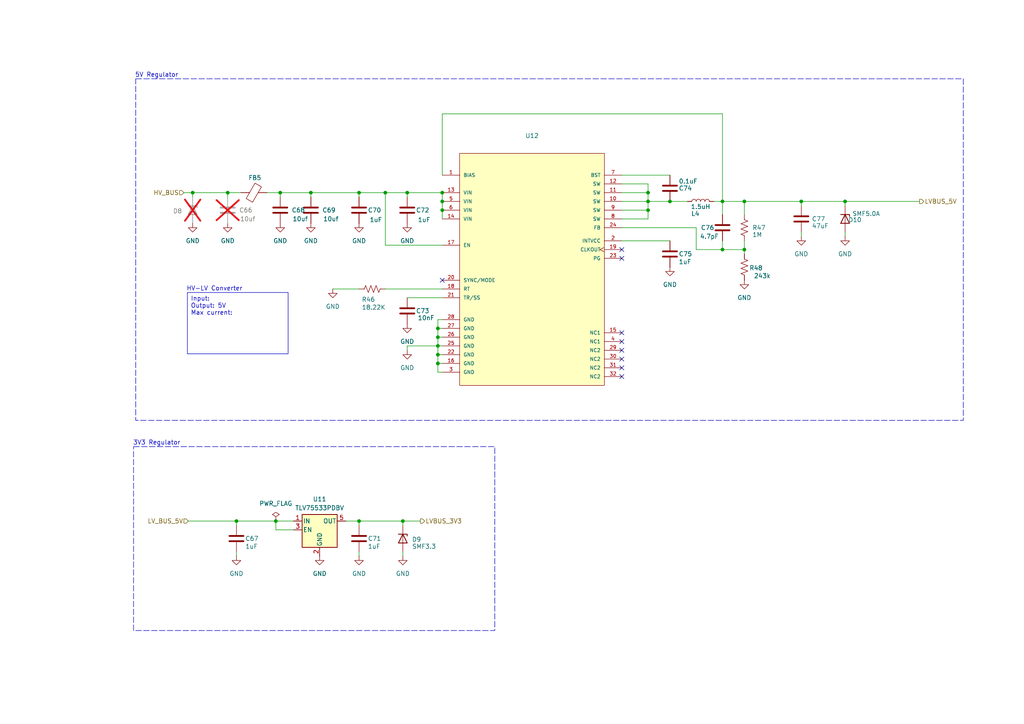
<source format=kicad_sch>
(kicad_sch (version 20250114) (generator "eeschema") (generator_version "9.0")
  (paper "A4")
  (lib_symbols
    (symbol "Device:C" (pin_numbers (hide yes)) (pin_names (offset 0.254))
      (property "Reference" "C" (at 0.635 2.54 0))
      (property "Value" "C" (at 0.635 -2.54 0))
      (symbol "C_0_1"
        (polyline (pts (xy -2.032 0.762) (xy 2.032 0.762)) (stroke (width 0.508)))
        (polyline (pts (xy -2.032 -0.762) (xy 2.032 -0.762)) (stroke (width 0.508)))
      )
      (symbol "C_1_1"
        (pin passive line (at 0 3.81 270) (length 2.794) (name "~") (number "1"))
        (pin passive line (at 0 -3.81 90) (length 2.794) (name "~") (number "2"))
      )
    )
    (symbol "Device:D_Zener" (pin_numbers (hide yes)) (pin_names (offset 1.016) (hide yes))
      (property "Reference" "D" (at 0 2.54 0))
      (property "Value" "D_Zener" (at 0 -2.54 0))
      (symbol "D_Zener_0_1"
        (polyline (pts (xy -1.27 -1.27) (xy -1.27 1.27) (xy -0.762 1.27)) (stroke (width 0.254)))
        (polyline (pts (xy 1.27 0) (xy -1.27 0)))
        (polyline (pts (xy 1.27 -1.27) (xy 1.27 1.27) (xy -1.27 0) (xy 1.27 -1.27)) (stroke (width 0.254)))
      )
      (symbol "D_Zener_1_1"
        (pin passive line (at -3.81 0 0) (length 2.54) (name "K") (number "1"))
        (pin passive line (at 3.81 0 180) (length 2.54) (name "A") (number "2"))
      )
    )
    (symbol "Device:FerriteBead" (pin_numbers (hide yes)) (pin_names (offset 0))
      (property "Reference" "FB" (at -3.81 0.635 90))
      (property "Value" "FerriteBead" (at 3.81 0 90))
      (symbol "FerriteBead_0_1"
        (polyline (pts (xy -2.7686 0.4064) (xy -1.7018 2.2606) (xy 2.7686 -0.3048) (xy 1.6764 -2.159) (xy -2.7686 0.4064)))
        (polyline (pts (xy 0 1.27) (xy 0 1.2954)))
        (polyline (pts (xy 0 -1.27) (xy 0 -1.2192)))
      )
      (symbol "FerriteBead_1_1"
        (pin passive line (at 0 3.81 270) (length 2.54) (name "~") (number "1"))
        (pin passive line (at 0 -3.81 90) (length 2.54) (name "~") (number "2"))
      )
    )
    (symbol "Device:L" (pin_numbers (hide yes)) (pin_names (offset 1.016) (hide yes))
      (property "Reference" "L" (at -1.27 0 90))
      (property "Value" "L" (at 1.905 0 90))
      (symbol "L_0_1"
        (arc (start 0 2.54) (mid 0.6323 1.905) (end 0 1.27))
        (arc (start 0 1.27) (mid 0.6323 0.635) (end 0 0))
        (arc (start 0 0) (mid 0.6323 -0.635) (end 0 -1.27))
        (arc (start 0 -1.27) (mid 0.6323 -1.905) (end 0 -2.54))
      )
      (symbol "L_1_1"
        (pin passive line (at 0 3.81 270) (length 1.27) (name "1") (number "1"))
        (pin passive line (at 0 -3.81 90) (length 1.27) (name "2") (number "2"))
      )
    )
    (symbol "Device:R_US" (pin_numbers (hide yes)) (pin_names (offset 0))
      (property "Reference" "R" (at 2.54 0 90))
      (property "Value" "R_US" (at -2.54 0 90))
      (symbol "R_US_0_1"
        (polyline (pts (xy 0 2.286) (xy 0 2.54)))
        (polyline (pts (xy 0 2.286) (xy 1.016 1.905) (xy 0 1.524) (xy -1.016 1.143) (xy 0 0.762)))
        (polyline (pts (xy 0 0.762) (xy 1.016 0.381) (xy 0 0) (xy -1.016 -0.381) (xy 0 -0.762)))
        (polyline (pts (xy 0 -0.762) (xy 1.016 -1.143) (xy 0 -1.524) (xy -1.016 -1.905) (xy 0 -2.286)))
        (polyline (pts (xy 0 -2.286) (xy 0 -2.54)))
      )
      (symbol "R_US_1_1"
        (pin passive line (at 0 3.81 270) (length 1.27) (name "~") (number "1"))
        (pin passive line (at 0 -3.81 90) (length 1.27) (name "~") (number "2"))
      )
    )
    (symbol "Regulator_Linear:TLV75533PDBV" (pin_names (offset 0.254))
      (property "Reference" "U" (at -3.81 5.715 0))
      (property "Value" "TLV75533PDBV" (at 0 5.715 0))
      (symbol "TLV75533PDBV_0_1"
        (rectangle (start -5.08 4.445) (end 5.08 -5.08) (stroke (width 0.254)) (fill (type background)))
      )
      (symbol "TLV75533PDBV_1_1"
        (pin power_in line (at -7.62 2.54 0) (length 2.54) (name "IN") (number "1"))
        (pin input line (at -7.62 0 0) (length 2.54) (name "EN") (number "3"))
        (pin power_in line (at 0 -7.62 90) (length 2.54) (name "GND") (number "2"))
        (pin no_connect line (at 5.08 0 180) (length 2.54) (hide yes) (name "NC") (number "4"))
        (pin power_out line (at 7.62 2.54 180) (length 2.54) (name "OUT") (number "5"))
      )
    )
    (symbol "_LT8640S:LT8640SEV_PBF" (pin_names (offset 1.016))
      (property "Reference" "U" (at -21.59 36.576 0))
      (property "Value" "LT8640SEV_PBF" (at -21.59 -34.544 0))
      (symbol "LT8640SEV_PBF_0_0"
        (rectangle (start -21.59 35.56) (end 20.32 -31.75) (stroke (width 0.1524)) (fill (type background)))
        (pin input line (at -26.67 29.21 0) (length 5.08) (name "BIAS") (number "1"))
        (pin input line (at -26.67 24.13 0) (length 5.08) (name "VIN") (number "13"))
        (pin input line (at -26.67 21.59 0) (length 5.08) (name "VIN") (number "5"))
        (pin input line (at -26.67 19.05 0) (length 5.08) (name "VIN") (number "6"))
        (pin input line (at -26.67 16.51 0) (length 5.08) (name "VIN") (number "14"))
        (pin input line (at -26.67 8.89 0) (length 5.08) (name "EN") (number "17"))
        (pin input line (at -26.67 -1.27 0) (length 5.08) (name "SYNC/MODE") (number "20"))
        (pin passive line (at -26.67 -3.81 0) (length 5.08) (name "RT") (number "18"))
        (pin passive line (at -26.67 -6.35 0) (length 5.08) (name "TR/SS") (number "21"))
        (pin power_in line (at -26.67 -12.7 0) (length 5.08) (name "GND") (number "28"))
        (pin power_in line (at -26.67 -15.24 0) (length 5.08) (name "GND") (number "27"))
        (pin power_in line (at -26.67 -17.78 0) (length 5.08) (name "GND") (number "26"))
        (pin power_in line (at -26.67 -20.32 0) (length 5.08) (name "GND") (number "25"))
        (pin power_in line (at -26.67 -22.86 0) (length 5.08) (name "GND") (number "22"))
        (pin power_in line (at -26.67 -25.4 0) (length 5.08) (name "GND") (number "16"))
        (pin power_in line (at -26.67 -27.94 0) (length 5.08) (name "GND") (number "3"))
        (pin passive line (at 25.4 29.21 180) (length 5.08) (name "BST") (number "7"))
        (pin input line (at 25.4 13.97 180) (length 5.08) (name "FB") (number "24"))
        (pin passive line (at 25.4 10.16 180) (length 5.08) (name "INTVCC") (number "2"))
        (pin output clock (at 25.4 7.62 180) (length 5.08) (name "CLKOUT") (number "19"))
        (pin output line (at 25.4 5.08 180) (length 5.08) (name "PG") (number "23"))
        (pin power_in line (at 25.4 -16.51 180) (length 5.08) (name "NC1") (number "15"))
        (pin power_in line (at 25.4 -19.05 180) (length 5.08) (name "NC1") (number "4"))
        (pin power_in line (at 25.4 -21.59 180) (length 5.08) (name "NC2") (number "29"))
        (pin power_in line (at 25.4 -24.13 180) (length 5.08) (name "NC2") (number "30"))
        (pin power_in line (at 25.4 -26.67 180) (length 5.08) (name "NC2") (number "31"))
        (pin power_in line (at 25.4 -29.21 180) (length 5.08) (name "NC2") (number "32"))
      )
      (symbol "LT8640SEV_PBF_1_0"
        (pin passive line (at 25.4 26.67 180) (length 5.08) (name "SW") (number "12"))
        (pin passive line (at 25.4 24.13 180) (length 5.08) (name "SW") (number "11"))
        (pin passive line (at 25.4 21.59 180) (length 5.08) (name "SW") (number "10"))
        (pin passive line (at 25.4 19.05 180) (length 5.08) (name "SW") (number "9"))
        (pin passive line (at 25.4 16.51 180) (length 5.08) (name "SW") (number "8"))
      )
    )
    (symbol "power:GND" (power) (pin_numbers (hide yes)) (pin_names (offset 0) (hide yes))
      (property "Value" "GND" (at 0 -3.81 0))
      (symbol "GND_0_1"
        (polyline (pts (xy 0 0) (xy 0 -1.27) (xy 1.27 -1.27) (xy 0 -2.54) (xy -1.27 -1.27) (xy 0 -1.27)))
      )
      (symbol "GND_1_1"
        (pin power_in line (at 0 0 270) (length 0) (name "~") (number "1"))
      )
    )
    (symbol "power:PWR_FLAG" (power) (pin_numbers (hide yes)) (pin_names (offset 0) (hide yes))
      (property "Value" "PWR_FLAG" (at 0 3.81 0))
      (symbol "PWR_FLAG_0_0"
        (pin power_out line (at 0 0 90) (length 0) (name "~") (number "1"))
      )
      (symbol "PWR_FLAG_0_1"
        (polyline (pts (xy 0 0) (xy 0 1.27) (xy -1.016 1.905) (xy 0 2.54) (xy 1.016 1.905) (xy 0 1.27)))
      )
    )
  )
  (rectangle (start 38.735 129.54) (end 143.51 182.88) (stroke (width 0) (type dash)))
  (rectangle (start 39.37 22.86) (end 279.4 121.92) (stroke (width 0) (type dash)))
  (text "HV-LV Converter\n" (at 62.23 83.82 0) (effects (font (size 1.27 1.27))))
  (text "5V Regulator" (at 45.466 21.844 0) (effects (font (size 1.27 1.27))))
  (text "3V3 Regulator" (at 45.466 128.524 0) (effects (font (size 1.27 1.27))))
  (text_box "Input:\nOutput: 5V\nMax current: " (at 54.356 84.836 0) (size 29.21 17.78) (margins 0.9525 0.9525 0.9525 0.9525) (effects (font (size 1.27 1.27)) (justify left top)))
  (junction (at 187.96 60.96))
  (junction (at 245.11 58.42))
  (junction (at 194.31 58.42))
  (junction (at 209.55 58.42))
  (junction (at 104.14 151.13))
  (junction (at 232.41 58.42))
  (junction (at 127 95.25))
  (junction (at 104.14 55.88))
  (junction (at 68.58 151.13))
  (junction (at 127 97.79))
  (junction (at 90.17 55.88))
  (junction (at 128.27 55.88))
  (junction (at 215.9 72.39))
  (junction (at 80.01 151.13))
  (junction (at 118.11 55.88))
  (junction (at 127 105.41))
  (junction (at 128.27 60.96))
  (junction (at 111.76 55.88))
  (junction (at 81.28 55.88))
  (junction (at 116.84 151.13))
  (junction (at 128.27 58.42))
  (junction (at 187.96 55.88))
  (junction (at 55.88 55.88))
  (junction (at 187.96 58.42))
  (junction (at 215.9 58.42))
  (junction (at 127 102.87))
  (junction (at 209.55 72.39))
  (junction (at 66.04 55.88))
  (junction (at 127 100.33))
  (no_connect (at 180.34 96.52))
  (no_connect (at 180.34 101.6))
  (no_connect (at 180.34 104.14))
  (no_connect (at 180.34 106.68))
  (no_connect (at 180.34 72.39))
  (no_connect (at 180.34 99.06))
  (no_connect (at 180.34 74.93))
  (no_connect (at 128.27 81.28))
  (no_connect (at 180.34 109.22))
  (wire (pts (xy 127 95.25) (xy 127 97.79)))
  (wire (pts (xy 127 100.33) (xy 127 102.87)))
  (wire (pts (xy 118.11 100.33) (xy 118.11 101.6)))
  (wire (pts (xy 80.01 151.13) (xy 85.09 151.13)))
  (wire (pts (xy 180.34 53.34) (xy 187.96 53.34)))
  (wire (pts (xy 201.93 72.39) (xy 209.55 72.39)))
  (wire (pts (xy 232.41 58.42) (xy 245.11 58.42)))
  (wire (pts (xy 215.9 72.39) (xy 215.9 73.66)))
  (wire (pts (xy 118.11 100.33) (xy 127 100.33)))
  (wire (pts (xy 127 102.87) (xy 128.27 102.87)))
  (wire (pts (xy 127 95.25) (xy 128.27 95.25)))
  (wire (pts (xy 104.14 151.13) (xy 116.84 151.13)))
  (wire (pts (xy 209.55 58.42) (xy 215.9 58.42)))
  (wire (pts (xy 127 102.87) (xy 127 105.41)))
  (wire (pts (xy 118.11 55.88) (xy 128.27 55.88)))
  (wire (pts (xy 77.47 55.88) (xy 81.28 55.88)))
  (wire (pts (xy 127 105.41) (xy 128.27 105.41)))
  (wire (pts (xy 55.88 55.88) (xy 66.04 55.88)))
  (wire (pts (xy 180.34 58.42) (xy 187.96 58.42)))
  (wire (pts (xy 127 97.79) (xy 127 100.33)))
  (wire (pts (xy 104.14 57.15) (xy 104.14 55.88)))
  (wire (pts (xy 245.11 67.31) (xy 245.11 68.58)))
  (wire (pts (xy 81.28 57.15) (xy 81.28 55.88)))
  (wire (pts (xy 232.41 59.69) (xy 232.41 58.42)))
  (wire (pts (xy 215.9 58.42) (xy 215.9 62.23)))
  (wire (pts (xy 128.27 55.88) (xy 128.27 58.42)))
  (wire (pts (xy 127 105.41) (xy 127 107.95)))
  (wire (pts (xy 215.9 58.42) (xy 232.41 58.42)))
  (wire (pts (xy 53.34 55.88) (xy 55.88 55.88)))
  (wire (pts (xy 127 92.71) (xy 127 95.25)))
  (wire (pts (xy 54.61 151.13) (xy 68.58 151.13)))
  (wire (pts (xy 245.11 58.42) (xy 266.7 58.42)))
  (wire (pts (xy 180.34 60.96) (xy 187.96 60.96)))
  (wire (pts (xy 111.76 55.88) (xy 111.76 71.12)))
  (wire (pts (xy 128.27 92.71) (xy 127 92.71)))
  (wire (pts (xy 215.9 69.85) (xy 215.9 72.39)))
  (wire (pts (xy 187.96 63.5) (xy 187.96 60.96)))
  (wire (pts (xy 207.01 58.42) (xy 209.55 58.42)))
  (wire (pts (xy 55.88 55.88) (xy 55.88 57.15)))
  (wire (pts (xy 66.04 57.15) (xy 66.04 55.88)))
  (wire (pts (xy 209.55 33.02) (xy 209.55 58.42)))
  (wire (pts (xy 187.96 60.96) (xy 187.96 58.42)))
  (wire (pts (xy 90.17 57.15) (xy 90.17 55.88)))
  (wire (pts (xy 194.31 58.42) (xy 199.39 58.42)))
  (wire (pts (xy 85.09 153.67) (xy 80.01 153.67)))
  (wire (pts (xy 232.41 68.58) (xy 232.41 67.31)))
  (wire (pts (xy 104.14 161.29) (xy 104.14 160.02)))
  (wire (pts (xy 187.96 58.42) (xy 187.96 55.88)))
  (wire (pts (xy 180.34 69.85) (xy 194.31 69.85)))
  (wire (pts (xy 66.04 55.88) (xy 69.85 55.88)))
  (wire (pts (xy 180.34 63.5) (xy 187.96 63.5)))
  (wire (pts (xy 180.34 66.04) (xy 201.93 66.04)))
  (wire (pts (xy 116.84 160.02) (xy 116.84 161.29)))
  (wire (pts (xy 116.84 151.13) (xy 116.84 152.4)))
  (wire (pts (xy 128.27 33.02) (xy 128.27 50.8)))
  (wire (pts (xy 96.52 83.82) (xy 104.14 83.82)))
  (wire (pts (xy 68.58 151.13) (xy 80.01 151.13)))
  (wire (pts (xy 127 107.95) (xy 128.27 107.95)))
  (wire (pts (xy 127 97.79) (xy 128.27 97.79)))
  (wire (pts (xy 116.84 151.13) (xy 121.92 151.13)))
  (wire (pts (xy 245.11 58.42) (xy 245.11 59.69)))
  (wire (pts (xy 209.55 72.39) (xy 209.55 69.85)))
  (wire (pts (xy 111.76 55.88) (xy 118.11 55.88)))
  (wire (pts (xy 81.28 55.88) (xy 90.17 55.88)))
  (wire (pts (xy 104.14 152.4) (xy 104.14 151.13)))
  (wire (pts (xy 187.96 55.88) (xy 187.96 53.34)))
  (wire (pts (xy 100.33 151.13) (xy 104.14 151.13)))
  (wire (pts (xy 104.14 55.88) (xy 111.76 55.88)))
  (wire (pts (xy 118.11 86.36) (xy 128.27 86.36)))
  (wire (pts (xy 128.27 58.42) (xy 128.27 60.96)))
  (wire (pts (xy 68.58 152.4) (xy 68.58 151.13)))
  (wire (pts (xy 215.9 72.39) (xy 209.55 72.39)))
  (wire (pts (xy 128.27 60.96) (xy 128.27 63.5)))
  (wire (pts (xy 68.58 161.29) (xy 68.58 160.02)))
  (wire (pts (xy 111.76 71.12) (xy 128.27 71.12)))
  (wire (pts (xy 80.01 153.67) (xy 80.01 151.13)))
  (wire (pts (xy 187.96 58.42) (xy 194.31 58.42)))
  (wire (pts (xy 90.17 55.88) (xy 104.14 55.88)))
  (wire (pts (xy 180.34 55.88) (xy 187.96 55.88)))
  (wire (pts (xy 209.55 62.23) (xy 209.55 58.42)))
  (wire (pts (xy 127 100.33) (xy 128.27 100.33)))
  (wire (pts (xy 118.11 57.15) (xy 118.11 55.88)))
  (wire (pts (xy 180.34 50.8) (xy 194.31 50.8)))
  (wire (pts (xy 128.27 33.02) (xy 209.55 33.02)))
  (wire (pts (xy 201.93 66.04) (xy 201.93 72.39)))
  (wire (pts (xy 111.76 83.82) (xy 128.27 83.82)))
  (hierarchical_label "LVBUS_3V3" (shape output) (at 121.92 151.13 0))
  (hierarchical_label "LVBUS_5V" (shape output) (at 266.7 58.42 0))
  (hierarchical_label "LV_BUS_5V" (shape input) (at 54.61 151.13 180))
  (hierarchical_label "HV_BUS" (shape input) (at 53.34 55.88 180))
  (symbol (lib_id "power:GND") (at 92.71 161.29 0) (unit 1)
    (property "Reference" "#PWR0116" (effects (hide yes)))
    (property "Value" "GND" (at 92.71 166.37 0))
    (property "Description" "Power symbol creates a global label with name \"GND\" , ground" (effects (hide yes)))
  )
  (symbol (lib_id "power:GND") (at 118.11 64.77 0) (unit 1)
    (property "Reference" "#PWR0121" (effects (hide yes)))
    (property "Value" "GND" (at 118.11 69.85 0))
    (property "Description" "Power symbol creates a global label with name \"GND\" , ground" (effects (hide yes)))
  )
  (symbol (lib_id "power:GND") (at 66.04 64.77 0) (unit 1)
    (property "Reference" "#PWR0112" (effects (hide yes)))
    (property "Value" "GND" (at 66.04 69.85 0))
    (property "Description" "Power symbol creates a global label with name \"GND\" , ground" (effects (hide yes)))
  )
  (symbol (lib_id "Device:C") (at 68.58 156.21 0) (unit 1)
    (property "Reference" "C67" (at 71.12 156.21 0) (effects (justify left)))
    (property "Value" "1uF" (at 71.12 158.496 0) (effects (justify left)))
    (property "Footprint" "Capacitor_SMD:C_0603_1608Metric" (effects (hide yes)))
    (property "Datasheet" "https://mm.digikey.com/Volume0/opasdata/d220001/medias/docus/506/UMK107AB7105KA-T_SS.pdf" (effects (hide yes)))
    (property "Description" "CAP CER 1UF 50V X7R 0603" (effects (hide yes)))
    (property "MFR" "Taiyo Yuden" (effects (hide yes)))
    (property "MFR P/N" "UMK107AB7105KA-T" (effects (hide yes)))
    (property "Supplier_1" "DigiKey" (effects (hide yes)))
    (property "Supplier_1 P/N" "587-3247-2-ND" (effects (hide yes)))
    (property "Supplier_1 Unit Price" "$0.08" (effects (hide yes)))
    (property "Supplier_1_Price @ QTY" "1" (effects (hide yes)))
  )
  (symbol (lib_id "Device:C") (at 81.28 60.96 0) (unit 1)
    (property "Reference" "C68" (at 84.582 60.96 0) (effects (justify left)))
    (property "Value" "10uf" (at 84.836 63.5 0) (effects (justify left)))
    (property "Footprint" "Capacitor_SMD:C_1210_3225Metric" (effects (hide yes)))
    (property "Datasheet" "https://mm.digikey.com/Volume0/opasdata/d220001/medias/docus/41/CL32B106KBJNNWE_Spec.pdf" (effects (hide yes)))
    (property "Description" "CAP CER 10UF 50V X7R 1210" (effects (hide yes)))
    (property "Mfr" "Samsung Electro-Mechanics" (effects (hide yes)))
    (property "Mfr P/N" "CL32B106KBJNNWE" (effects (hide yes)))
    (property "Supplier_1" "DigiKey" (effects (hide yes)))
    (property "Supplier_1 P/N" "1276-3388-2-ND" (effects (hide yes)))
    (property "Supplier_1 Unit Price" "$0.22" (effects (hide yes)))
    (property "Supplier_1_Price @ Qty" "1" (effects (hide yes)))
  )
  (symbol (lib_id "Device:C") (at 232.41 63.5 0) (unit 1)
    (property "Reference" "C77" (at 235.458 63.5 0) (effects (justify left)))
    (property "Value" "47uF" (at 235.458 65.532 0) (effects (justify left)))
    (property "Footprint" "Capacitor_SMD:C_1210_3225Metric" (effects (hide yes)))
    (property "Datasheet" "https://mm.digikey.com/Volume0/opasdata/d220001/medias/docus/7155/DataSheet_CL32A476KOJNNN_20250708.pdf" (effects (hide yes)))
    (property "Description" "CAP CER 47UF 16V X5R 1210" (effects (hide yes)))
    (property "Mfr" "Samsung Electro-Mechanics" (effects (hide yes)))
    (property "Mfr P/N" "CL32A476KOJNNNE" (effects (hide yes)))
    (property "Supplier_1" "DigiKey" (effects (hide yes)))
    (property "Supplier_1 Unit Price" "$0.68" (effects (hide yes)))
    (property "Supplier_1 P/N" "1276-3376-2-ND" (effects (hide yes)))
    (property "Supplier_1_Price @ QTY" "1" (effects (hide yes)))
  )
  (symbol (lib_id "Device:L") (at 203.2 58.42 90) (unit 1)
    (property "Reference" "L4" (at 201.676 61.976 90))
    (property "Value" "1.5uH" (at 203.2 59.944 90))
    (property "Footprint" "Inductor_SMD:Untitled" (effects (hide yes)))
    (property "Datasheet" "https://www.laird.com/document/datasheet/tya4020-series-datasheet" (effects (hide yes)))
    (property "Description" "Inductor" (effects (hide yes)))
    (property "Mfr" "Laird-Signal Integrity Products" (effects (hide yes)))
    (property "Mfr P/N" "TYA40201R5M-10" (effects (hide yes)))
    (property "Supplier_1" "Digikey" (effects (hide yes)))
    (property "Supplier_1 P/N" "240-TYA40201R5M-10TR-ND" (effects (hide yes)))
    (property "Supplier_1 Unit Price" "0.37000" (effects (hide yes)))
    (property "Supplier_1 Price @ Qty" "1" (effects (hide yes)))
  )
  (symbol (lib_id "power:GND") (at 194.31 77.47 0) (unit 1)
    (property "Reference" "#PWR0124" (effects (hide yes)))
    (property "Value" "GND" (at 194.31 82.55 0))
    (property "Description" "Power symbol creates a global label with name \"GND\" , ground" (effects (hide yes)))
  )
  (symbol (lib_id "Device:D_Zener") (at 245.11 63.5 270) (unit 1)
    (property "Reference" "D10" (at 249.936 63.754 90) (effects (justify right)))
    (property "Value" "SMF5.0A" (at 255.27 61.976 90) (effects (justify right)))
    (property "Footprint" "Diode_SMD:D_SOD-123F" (effects (hide yes)))
    (property "Datasheet" "https://diotec.com/request/datasheet/smf50a.pdf" (effects (hide yes)))
    (property "Description" "Zener diode" (effects (hide yes)))
    (property "PARTREV" "11/20/15" (effects (hide yes)))
    (property "STANDARD" "IPC-7351B" (effects (hide yes)))
    (property "MAXIMUM_PACKAGE_HEIGHT" "2.62mm" (effects (hide yes)))
    (property "Mfr" "Diotec Semiconductor" (effects (hide yes)))
    (property "Mfr P/N" "SMF5.0A" (effects (hide yes)))
    (property "Supplier_1" "DigiKey" (effects (hide yes)))
    (property "Supplier_1 P/N" "4878-SMF5.0ATR-ND" (effects (hide yes)))
    (property "Supplier_1 Unit Price" "0.25000" (effects (hide yes)))
    (property "Supplier_1 Price @ Qty" "1" (effects (hide yes)))
  )
  (symbol (lib_id "Device:D_Zener") (at 116.84 156.21 270) (unit 1)
    (property "Reference" "D9" (at 122.174 156.464 90) (effects (justify right)))
    (property "Value" "SMF3.3" (at 126.492 158.496 90) (effects (justify right)))
    (property "Footprint" "Diode_SMD:D_SOD-123F" (effects (hide yes)))
    (property "Datasheet" "https://www.littelfuse.com/assetdocs/tvs-diodes-smf3?assetguid=2e80cd26-b0c3-442f-9d77-27a283ccff4f" (effects (hide yes)))
    (property "Description" "TVS DIODE 3.3VWM 6.8VC SOD123F" (effects (hide yes)))
    (property "MAXIMUM_PACKAGE_HEIGHT" "2.62mm" (effects (hide yes)))
    (property "MANUFACTURER" "LittelFuse" (effects (hide yes)))
    (property "PRICE" "0.49" (effects (hide yes)))
    (property "SUPPLIER" "DigiKey" (effects (hide yes)))
    (property "MFR PN" "SMF3.3" (effects (hide yes)))
    (property "Mfr" "Littelfuse Inc." (effects (hide yes)))
    (property "Mfr P/N" "SMF3.3" (effects (hide yes)))
    (property "Supplier_1" "Digikey" (effects (hide yes)))
    (property "Supplier_1 P/N" "F7701TR-ND" (effects (hide yes)))
    (property "Supplier_1 Unit Price" "0.49000" (effects (hide yes)))
    (property "Supplier_1 Price @ Qty" "1" (effects (hide yes)))
  )
  (symbol (lib_id "power:PWR_FLAG") (at 80.01 151.13 0) (unit 1)
    (property "Reference" "#FLG011" (effects (hide yes)))
    (property "Value" "PWR_FLAG" (at 80.01 146.05 0))
    (property "Description" "Special symbol for telling ERC where power comes from" (effects (hide yes)))
  )
  (symbol (lib_id "Device:C") (at 90.17 60.96 0) (unit 1)
    (property "Reference" "C69" (at 93.472 60.96 0) (effects (justify left)))
    (property "Value" "10uf" (at 93.726 63.5 0) (effects (justify left)))
    (property "Footprint" "Capacitor_SMD:C_1210_3225Metric" (effects (hide yes)))
    (property "Datasheet" "https://mm.digikey.com/Volume0/opasdata/d220001/medias/docus/41/CL32B106KBJNNWE_Spec.pdf" (effects (hide yes)))
    (property "Description" "CAP CER 10UF 50V X7R 1210" (effects (hide yes)))
    (property "Mfr" "Samsung Electro-Mechanics" (effects (hide yes)))
    (property "Mfr P/N" "CL32B106KBJNNWE" (effects (hide yes)))
    (property "Supplier_1" "DigiKey" (effects (hide yes)))
    (property "Supplier_1 P/N" "1276-3388-2-ND" (effects (hide yes)))
    (property "Supplier_1 Unit Price" "$0.22" (effects (hide yes)))
    (property "Supplier_1_Price @ Qty" "1" (effects (hide yes)))
  )
  (symbol (lib_id "power:GND") (at 118.11 93.98 0) (unit 1)
    (property "Reference" "#PWR0122" (effects (hide yes)))
    (property "Value" "GND" (at 118.11 99.06 0))
    (property "Description" "Power symbol creates a global label with name \"GND\" , ground" (effects (hide yes)))
  )
  (symbol (lib_id "_LT8640S:LT8640SEV_PBF") (at 154.94 80.01 0) (unit 1)
    (property "Reference" "U12" (at 154.305 39.37 0))
    (property "Value" "LT8640SEV_PBF" (effects (hide yes)))
    (property "Footprint" "_PowerBoard:CONV_LT8640SEV_PBF" (effects (hide yes)))
    (property "Datasheet" "https://www.analog.com/media/en/technical-documentation/data-sheets/lt8640s-8643s.pdf" (effects (hide yes)))
    (property "Description" "IC REG BUCK ADJ 6A 24LQFN" (effects (hide yes)))
    (property "Mfr" "Analog Devices Inc." (effects (hide yes)))
    (property "Mfr P/N" "LT8640SEV#PBF" (effects (hide yes)))
    (property "Supplier_1" "Digikey" (effects (hide yes)))
    (property "Supplier_1 P/N" "505-LT8640SEV#PBF-ND" (effects (hide yes)))
    (property "Supplier_1 Unit Price" "13.52000" (effects (hide yes)))
    (property "Supplier_1 Price @ Qty" "1" (effects (hide yes)))
  )
  (symbol (lib_id "Device:C") (at 118.11 90.17 0) (unit 1)
    (property "Reference" "C73" (at 120.65 90.17 0) (effects (justify left)))
    (property "Value" "10nF" (at 121.158 92.202 0) (effects (justify left)))
    (property "Footprint" "Capacitor_SMD:C_0603_1608Metric" (effects (hide yes)))
    (property "Datasheet" "https://mm.digikey.com/Volume0/opasdata/d220001/medias/docus/609/CL10B103KB8NNNC_Spec.pdf" (effects (hide yes)))
    (property "Description" "10000 pF ±10% 50V Ceramic Capacitor X7R 0603 (1608 Metric)" (effects (hide yes)))
    (property "Mfr" "Samsung Electro-Mechanics" (effects (hide yes)))
    (property "Mfr P/N" "CL10B103KB8NNNC" (effects (hide yes)))
    (property "Supplier_1" "DigiKey" (effects (hide yes)))
    (property "Supplier_1 P/N" "1276-1009-2-ND" (effects (hide yes)))
    (property "Supplier_1 Unit Price" "$0.08" (effects (hide yes)))
    (property "Supplier_1_Price @ QTY" "1" (effects (hide yes)))
  )
  (symbol (lib_id "Device:C") (at 194.31 73.66 0) (unit 1)
    (property "Reference" "C75" (at 196.85 73.66 0) (effects (justify left)))
    (property "Value" "1uF" (at 196.85 75.946 0) (effects (justify left)))
    (property "Footprint" "Capacitor_SMD:C_0603_1608Metric" (effects (hide yes)))
    (property "Datasheet" "https://mm.digikey.com/Volume0/opasdata/d220001/medias/docus/506/UMK107AB7105KA-T_SS.pdf" (effects (hide yes)))
    (property "Description" "CAP CER 1UF 50V X7R 0603" (effects (hide yes)))
    (property "MFR" "Taiyo Yuden" (effects (hide yes)))
    (property "MFR P/N" "UMK107AB7105KA-T" (effects (hide yes)))
    (property "Supplier_1" "DigiKey" (effects (hide yes)))
    (property "Supplier_1 P/N" "587-3247-2-ND" (effects (hide yes)))
    (property "Supplier_1 Unit Price" "$0.08" (effects (hide yes)))
    (property "Supplier_1_Price @ QTY" "1" (effects (hide yes)))
  )
  (symbol (lib_id "Device:C") (at 104.14 156.21 0) (unit 1)
    (property "Reference" "C71" (at 106.68 156.21 0) (effects (justify left)))
    (property "Value" "1uF" (at 106.68 158.496 0) (effects (justify left)))
    (property "Footprint" "Capacitor_SMD:C_0603_1608Metric" (effects (hide yes)))
    (property "Datasheet" "https://mm.digikey.com/Volume0/opasdata/d220001/medias/docus/506/UMK107AB7105KA-T_SS.pdf" (effects (hide yes)))
    (property "Description" "CAP CER 1UF 50V X7R 0603" (effects (hide yes)))
    (property "MFR" "Taiyo Yuden" (effects (hide yes)))
    (property "MFR P/N" "UMK107AB7105KA-T" (effects (hide yes)))
    (property "Supplier_1" "DigiKey" (effects (hide yes)))
    (property "Supplier_1 P/N" "587-3247-2-ND" (effects (hide yes)))
    (property "Supplier_1 Unit Price" "$0.08" (effects (hide yes)))
    (property "Supplier_1_Price @ QTY" "1" (effects (hide yes)))
  )
  (symbol (lib_id "Device:R_US") (at 215.9 66.04 0) (unit 1)
    (property "Reference" "R47" (at 218.186 66.04 0) (effects (justify left)))
    (property "Value" "1M" (at 218.186 68.072 0) (effects (justify left)))
    (property "Footprint" "Resistor_SMD:R_0603_1608Metric" (effects (hide yes)))
    (property "Datasheet" "https://industrial.panasonic.com/cdbs/www-data/pdf/RDA0000/AOA0000C304.pdf" (effects (hide yes)))
    (property "Description" "RES SMD 1M OHM 1% 1/10W 0603" (effects (hide yes)))
    (property "Mfr" "Panasonic Electronic Components" (effects (hide yes)))
    (property "Mfr P/N" "ERJ-3EKF1004V" (effects (hide yes)))
    (property "Supplier_1" "DigiKey" (effects (hide yes)))
    (property "Supplier_1 P/N" "P1.00MHTR-ND" (effects (hide yes)))
    (property "Supplier_1 Unit Price" "0.10" (effects (hide yes)))
    (property "Supplier_1 Price @ Qty" "1" (effects (hide yes)))
  )
  (symbol (lib_id "power:GND") (at 90.17 64.77 0) (unit 1)
    (property "Reference" "#PWR0115" (effects (hide yes)))
    (property "Value" "GND" (at 90.17 69.85 0))
    (property "Description" "Power symbol creates a global label with name \"GND\" , ground" (effects (hide yes)))
  )
  (symbol (lib_id "Device:R_US") (at 215.9 77.47 180) (unit 1)
    (property "Reference" "R48" (at 221.234 77.724 0) (effects (justify left)))
    (property "Value" "243k" (at 223.52 80.01 0) (effects (justify left)))
    (property "Footprint" "Resistor_SMD:R_0603_1608Metric" (effects (hide yes)))
    (property "Datasheet" "https://industrial.panasonic.com/cdbs/www-data/pdf/RDM0000/AOA0000C307.pdf" (effects (hide yes)))
    (property "Description" "243 kOhms ±0.1% 0.1W, 1/10W Chip Resistor 0603 (1608 Metric) Automotive AEC-Q200 Thin Film" (effects (hide yes)))
    (property "Mfr" "Panasonic Electronic Components" (effects (hide yes)))
    (property "Mfr P/N" "ERA-3AEB2433V" (effects (hide yes)))
    (property "Supplier_1" "DigiKey" (effects (hide yes)))
    (property "Supplier_1 P/N" "P243KDBTR-ND" (effects (hide yes)))
    (property "Supplier_1 Unit Price" "0.10" (effects (hide yes)))
    (property "Supplier_1 Price @ Qty" "1" (effects (hide yes)))
  )
  (symbol (lib_id "power:GND") (at 232.41 68.58 0) (unit 1)
    (property "Reference" "#PWR0126" (effects (hide yes)))
    (property "Value" "GND" (at 232.41 73.66 0))
    (property "Description" "Power symbol creates a global label with name \"GND\" , ground" (effects (hide yes)))
  )
  (symbol (lib_id "power:GND") (at 68.58 161.29 0) (unit 1)
    (property "Reference" "#PWR0113" (effects (hide yes)))
    (property "Value" "GND" (at 68.58 166.37 0))
    (property "Description" "Power symbol creates a global label with name \"GND\" , ground" (effects (hide yes)))
  )
  (symbol (lib_id "power:GND") (at 116.84 161.29 0) (unit 1)
    (property "Reference" "#PWR0120" (effects (hide yes)))
    (property "Value" "GND" (at 116.84 166.37 0))
    (property "Description" "Power symbol creates a global label with name \"GND\" , ground" (effects (hide yes)))
  )
  (symbol (lib_id "power:GND") (at 55.88 64.77 0) (unit 1)
    (property "Reference" "#PWR0111" (effects (hide yes)))
    (property "Value" "GND" (at 55.88 69.85 0))
    (property "Description" "Power symbol creates a global label with name \"GND\" , ground" (effects (hide yes)))
  )
  (symbol (lib_id "Device:D_Zener") (at 55.88 60.96 270) (unit 1) (in_bom no) (on_board no) (dnp yes)
    (property "Reference" "D8" (at 52.832 61.214 90) (effects (justify right)))
    (property "Value" "SMCJ26A" (effects (hide yes)))
    (property "Footprint" "Diode_SMD:D_SMC" (effects (hide yes)))
    (property "Datasheet" "https://www.littelfuse.com/assetdocs/littelfuse_tvs_diode_smcj_datasheet.pdf?assetguid=37388813-0d6d-4329-969b-1aa8b7614ac1" (effects (hide yes)))
    (property "Description" "Zener diode" (effects (hide yes)))
    (property "PARTREV" "11/20/15" (effects (hide yes)))
    (property "STANDARD" "IPC-7351B" (effects (hide yes)))
    (property "MAXIMUM_PACKAGE_HEIGHT" "2.62mm" (effects (hide yes)))
    (property "MANUFACTURER" "LittelFuse" (effects (hide yes)))
    (property "Mfr" "Littelfuse Inc." (effects (hide yes)))
    (property "Mfr P/N" "SMCJ26A" (effects (hide yes)))
    (property "Supplier_1" "Digikey" (effects (hide yes)))
    (property "Supplier_1 P/N" "SMCJ26ALFTR-ND" (effects (hide yes)))
    (property "Supplier_1 Unit Price" "0.35000" (effects (hide yes)))
    (property "Supplier_1 Price @ Qty" "1" (effects (hide yes)))
  )
  (symbol (lib_id "Device:C") (at 209.55 66.04 0) (unit 1)
    (property "Reference" "C76" (at 205.232 66.04 0))
    (property "Value" "4.7pF" (at 205.74 68.58 0))
    (property "Footprint" "Capacitor_SMD:C_0603_1608Metric" (effects (hide yes)))
    (property "Datasheet" "https://search.murata.co.jp/Ceramy/image/img/A01X/G101/ENG/GRM1885C1H4R7CA01-01.pdf" (effects (hide yes)))
    (property "Description" "CAP CER 4.7PF 50V C0G/NP0 0603" (effects (hide yes)))
    (property "Mfr" "Murata Electronics" (effects (hide yes)))
    (property "Mfr P/N" "GRM1885C1H4R7CA01D" (effects (hide yes)))
    (property "Supplier_1" "DigiKey" (effects (hide yes)))
    (property "Supplier_1 P/N" "490-12722-2-ND" (effects (hide yes)))
    (property "Supplier_1 Unit Price" "0.12" (effects (hide yes)))
    (property "Supplier_1_Price @ QTY" "1" (effects (hide yes)))
  )
  (symbol (lib_id "power:GND") (at 96.52 83.82 0) (unit 1)
    (property "Reference" "#PWR0117" (effects (hide yes)))
    (property "Value" "GND" (at 96.52 88.9 0))
    (property "Description" "Power symbol creates a global label with name \"GND\" , ground" (effects (hide yes)))
  )
  (symbol (lib_id "Device:C") (at 194.31 54.61 0) (unit 1)
    (property "Reference" "C74" (at 196.85 54.61 0) (effects (justify left)))
    (property "Value" "0.1uF" (at 196.85 52.578 0) (effects (justify left)))
    (property "Footprint" "Capacitor_SMD:C_0603_1608Metric" (effects (hide yes)))
    (property "Datasheet" "https://mm.digikey.com/Volume0/opasdata/d220001/medias/docus/609/CL10B104KB8NNNC_Spec.pdf" (effects (hide yes)))
    (property "Description" "0.1 µF ±10% 50V Ceramic Capacitor X7R 0603 (1608 Metric)" (effects (hide yes)))
    (property "Mfr" "Samsung Electro-Mechanics" (effects (hide yes)))
    (property "Mfr P/N" "CL10B104KB8NNNC" (effects (hide yes)))
    (property "Supplier_1" "DigiKey" (effects (hide yes)))
    (property "Supplier_1 P/N" "1276-1000-2-ND" (effects (hide yes)))
    (property "Supplier_1 Unit Price" "$0.08" (effects (hide yes)))
    (property "Supplier_1_Price @ QTY" "1" (effects (hide yes)))
  )
  (symbol (lib_id "Device:R_US") (at 107.95 83.82 270) (unit 1)
    (property "Reference" "R46" (at 104.902 86.868 90) (effects (justify left)))
    (property "Value" "18.22K" (at 104.902 89.154 90) (effects (justify left)))
    (property "Footprint" "Resistor_SMD:R_0603_1608Metric" (effects (hide yes)))
    (property "Datasheet" "https://industrial.panasonic.com/cdbs/www-data/pdf/RDM0000/AOA0000C307.pdf" (effects (hide yes)))
    (property "Description" "18.2 kOhms ±0.1% 0.1W, 1/10W Chip Resistor 0603 (1608 Metric) Automotive AEC-Q200 Thin Film" (effects (hide yes)))
    (property "Mfr" "Panasonic Electronic Components" (effects (hide yes)))
    (property "Mfr P/N" "ERA-3AEB1822V" (effects (hide yes)))
    (property "Supplier_1" "Digikey" (effects (hide yes)))
    (property "Supplier_1 P/N" "P18.2KDBTR-ND" (effects (hide yes)))
    (property "Supplier_1 Unit Price" "0.10000" (effects (hide yes)))
    (property "Supplier_1 Price @ Qty" "1" (effects (hide yes)))
  )
  (symbol (lib_id "Device:C") (at 118.11 60.96 0) (unit 1)
    (property "Reference" "C72" (at 120.65 60.96 0) (effects (justify left)))
    (property "Value" "1uF" (at 121.158 63.754 0) (effects (justify left)))
    (property "Footprint" "Capacitor_SMD:C_0603_1608Metric" (effects (hide yes)))
    (property "Datasheet" "https://mm.digikey.com/Volume0/opasdata/d220001/medias/docus/506/UMK107AB7105KA-T_SS.pdf" (effects (hide yes)))
    (property "Description" "1 µF ±10% 50V Ceramic Capacitor X7R 0603 (1608 Metric)" (effects (hide yes)))
    (property "Mfr" "Taiyo Yuden" (effects (hide yes)))
    (property "Mfr P/N" "UMK107AB7105KA-T" (effects (hide yes)))
    (property "Supplier_1" "DigiKey" (effects (hide yes)))
    (property "Supplier_1 P/N" "587-3247-2-ND" (effects (hide yes)))
    (property "Supplier_1 Unit Price" "$0.08" (effects (hide yes)))
    (property "Supplier_1_Price @ QTY" "1" (effects (hide yes)))
  )
  (symbol (lib_id "power:GND") (at 104.14 161.29 0) (unit 1)
    (property "Reference" "#PWR0119" (effects (hide yes)))
    (property "Value" "GND" (at 104.14 166.37 0))
    (property "Description" "Power symbol creates a global label with name \"GND\" , ground" (effects (hide yes)))
  )
  (symbol (lib_id "Regulator_Linear:TLV75533PDBV") (at 92.71 153.67 0) (unit 1)
    (property "Reference" "U11" (at 92.71 144.78 0))
    (property "Value" "TLV75533PDBV" (at 92.71 147.32 0))
    (property "Footprint" "Package_TO_SOT_SMD:SOT-23-5" (effects (hide yes)))
    (property "Datasheet" "http://www.ti.com/lit/ds/symlink/tlv755p.pdf" (effects (hide yes)))
    (property "Description" "500mA Low Dropout Voltage Regulator, Fixed Output 3.3V, SOT-23-5" (effects (hide yes)))
    (property "Mfr" "Texas Instruments" (effects (hide yes)))
    (property "Mfr P/N" "TLV75533PDBVR" (effects (hide yes)))
    (property "Supplier_1" "Digikey" (effects (hide yes)))
    (property "Supplier_1 P/N" "296-50411-2-ND" (effects (hide yes)))
    (property "Supplier_1 Unit Price" "0.36000" (effects (hide yes)))
    (property "Supplier_1 Price @ Qty" "1" (effects (hide yes)))
  )
  (symbol (lib_id "power:GND") (at 81.28 64.77 0) (unit 1)
    (property "Reference" "#PWR0114" (effects (hide yes)))
    (property "Value" "GND" (at 81.28 69.85 0))
    (property "Description" "Power symbol creates a global label with name \"GND\" , ground" (effects (hide yes)))
  )
  (symbol (lib_id "Device:FerriteBead") (at 73.66 55.88 90) (unit 1)
    (property "Reference" "FB5" (at 73.914 51.562 90))
    (property "Value" "FerriteBead" (effects (hide yes)))
    (property "Footprint" "Inductor_SMD:L_1812_4532Metric" (effects (hide yes)))
    (property "Datasheet" "https://www.we-online.com/components/products/datasheet/74279226101.pdf" (effects (hide yes)))
    (property "Description" "Ferrite bead" (effects (hide yes)))
    (property "Mfr" "Würth Elektronik" (effects (hide yes)))
    (property "Mfr P/N" "74279226101" (effects (hide yes)))
    (property "Supplier_1" "DigiKey" (effects (hide yes)))
    (property "Supplier_1 P/N" "732-3431-2-ND" (effects (hide yes)))
    (property "Supplier_1 Unit Price" "$0.68" (effects (hide yes)))
    (property "Supplier_1_Price @ Qty" "1" (effects (hide yes)))
  )
  (symbol (lib_id "Device:C") (at 66.04 60.96 0) (unit 1) (exclude_from_sim yes) (in_bom no) (on_board no) (dnp yes)
    (property "Reference" "C66" (at 69.342 60.96 0) (effects (justify left)))
    (property "Value" "10uf" (at 69.596 63.5 0) (effects (justify left)))
    (property "Footprint" "Capacitor_SMD:C_1210_3225Metric" (effects (hide yes)))
    (property "Datasheet" "https://mm.digikey.com/Volume0/opasdata/d220001/medias/docus/41/CL32B106KBJNNWE_Spec.pdf" (effects (hide yes)))
    (property "Description" "CAP CER 10UF 50V X7R 1210" (effects (hide yes)))
    (property "Mfr" "Samsung Electro-Mechanics" (effects (hide yes)))
    (property "Mfr P/N" "CL32B106KBJNNWE" (effects (hide yes)))
    (property "Supplier_1" "DigiKey" (effects (hide yes)))
    (property "Supplier_1 P/N" "1276-3388-2-ND" (effects (hide yes)))
    (property "Supplier_1 Unit Price" "$0.22" (effects (hide yes)))
    (property "Supplier_1_Price @ Qty" "1" (effects (hide yes)))
  )
  (symbol (lib_id "power:GND") (at 245.11 68.58 0) (unit 1)
    (property "Reference" "#PWR0127" (effects (hide yes)))
    (property "Value" "GND" (at 245.11 73.66 0))
    (property "Description" "Power symbol creates a global label with name \"GND\" , ground" (effects (hide yes)))
  )
  (symbol (lib_id "power:GND") (at 118.11 101.6 0) (unit 1)
    (property "Reference" "#PWR0123" (effects (hide yes)))
    (property "Value" "GND" (at 118.11 106.68 0))
    (property "Description" "Power symbol creates a global label with name \"GND\" , ground" (effects (hide yes)))
  )
  (symbol (lib_id "power:GND") (at 215.9 81.28 0) (unit 1)
    (property "Reference" "#PWR0125" (effects (hide yes)))
    (property "Value" "GND" (at 215.9 86.36 0))
    (property "Description" "Power symbol creates a global label with name \"GND\" , ground" (effects (hide yes)))
  )
  (symbol (lib_id "power:GND") (at 104.14 64.77 0) (unit 1)
    (property "Reference" "#PWR0118" (effects (hide yes)))
    (property "Value" "GND" (at 104.14 69.85 0))
    (property "Description" "Power symbol creates a global label with name \"GND\" , ground" (effects (hide yes)))
  )
  (symbol (lib_id "Device:C") (at 104.14 60.96 0) (unit 1)
    (property "Reference" "C70" (at 106.68 60.96 0) (effects (justify left)))
    (property "Value" "1uF" (at 107.188 63.754 0) (effects (justify left)))
    (property "Footprint" "Capacitor_SMD:C_0603_1608Metric" (effects (hide yes)))
    (property "Datasheet" "https://mm.digikey.com/Volume0/opasdata/d220001/medias/docus/506/UMK107AB7105KA-T_SS.pdf" (effects (hide yes)))
    (property "Description" "1 µF ±10% 50V Ceramic Capacitor X7R 0603 (1608 Metric)" (effects (hide yes)))
    (property "Mfr" "Taiyo Yuden" (effects (hide yes)))
    (property "Mfr P/N" "UMK107AB7105KA-T" (effects (hide yes)))
    (property "Supplier_1" "DigiKey" (effects (hide yes)))
    (property "Supplier_1 P/N" "587-3247-2-ND" (effects (hide yes)))
    (property "Supplier_1 Unit Price" "$0.08" (effects (hide yes)))
    (property "Supplier_1_Price @ QTY" "1" (effects (hide yes)))
  )
)
</source>
